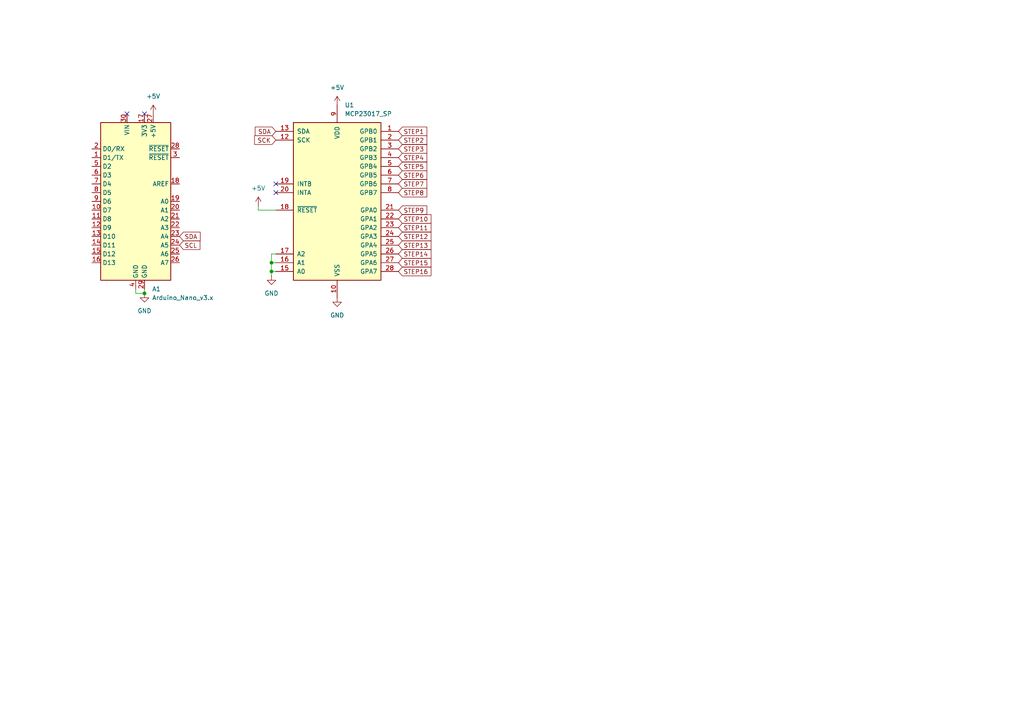
<source format=kicad_sch>
(kicad_sch (version 20231120) (generator "eeschema") (generator_version "8.0")
  (paper "A4")
  (lib_symbols
    (symbol "Interface_Expansion:MCP23017_SP" (pin_names (offset 1.016))
      (property "Reference" "U" (at -11.43 24.13 0))
      (property "Value" "MCP23017_SP" (at 0 0 0))
      (symbol "MCP23017_SP_0_1"
        (rectangle (start -12.7 22.86) (end 12.7 -22.86) (stroke (width 0.254)) (fill (type background)))
      )
      (symbol "MCP23017_SP_1_1"
        (pin bidirectional line (at 17.78 20.32 180) (length 5.08) (name "GPB0") (number "1"))
        (pin power_in line (at 0 -27.94 90) (length 5.08) (name "VSS") (number "10"))
        (pin no_connect line (at -12.7 15.24 0) (length 5.08) hide (name "NC") (number "11"))
        (pin input line (at -17.78 17.78 0) (length 5.08) (name "SCK") (number "12"))
        (pin bidirectional line (at -17.78 20.32 0) (length 5.08) (name "SDA") (number "13"))
        (pin no_connect line (at -12.7 12.7 0) (length 5.08) hide (name "NC") (number "14"))
        (pin input line (at -17.78 -20.32 0) (length 5.08) (name "A0") (number "15"))
        (pin input line (at -17.78 -17.78 0) (length 5.08) (name "A1") (number "16"))
        (pin input line (at -17.78 -15.24 0) (length 5.08) (name "A2") (number "17"))
        (pin input line (at -17.78 -2.54 0) (length 5.08) (name "~{RESET}") (number "18"))
        (pin tri_state line (at -17.78 5.08 0) (length 5.08) (name "INTB") (number "19"))
        (pin bidirectional line (at 17.78 17.78 180) (length 5.08) (name "GPB1") (number "2"))
        (pin tri_state line (at -17.78 2.54 0) (length 5.08) (name "INTA") (number "20"))
        (pin bidirectional line (at 17.78 -2.54 180) (length 5.08) (name "GPA0") (number "21"))
        (pin bidirectional line (at 17.78 -5.08 180) (length 5.08) (name "GPA1") (number "22"))
        (pin bidirectional line (at 17.78 -7.62 180) (length 5.08) (name "GPA2") (number "23"))
        (pin bidirectional line (at 17.78 -10.16 180) (length 5.08) (name "GPA3") (number "24"))
        (pin bidirectional line (at 17.78 -12.7 180) (length 5.08) (name "GPA4") (number "25"))
        (pin bidirectional line (at 17.78 -15.24 180) (length 5.08) (name "GPA5") (number "26"))
        (pin bidirectional line (at 17.78 -17.78 180) (length 5.08) (name "GPA6") (number "27"))
        (pin bidirectional line (at 17.78 -20.32 180) (length 5.08) (name "GPA7") (number "28"))
        (pin bidirectional line (at 17.78 15.24 180) (length 5.08) (name "GPB2") (number "3"))
        (pin bidirectional line (at 17.78 12.7 180) (length 5.08) (name "GPB3") (number "4"))
        (pin bidirectional line (at 17.78 10.16 180) (length 5.08) (name "GPB4") (number "5"))
        (pin bidirectional line (at 17.78 7.62 180) (length 5.08) (name "GPB5") (number "6"))
        (pin bidirectional line (at 17.78 5.08 180) (length 5.08) (name "GPB6") (number "7"))
        (pin bidirectional line (at 17.78 2.54 180) (length 5.08) (name "GPB7") (number "8"))
        (pin power_in line (at 0 27.94 270) (length 5.08) (name "VDD") (number "9"))
      )
    )
    (symbol "MCU_Module:Arduino_Nano_v3.x"
      (property "Reference" "A" (at -10.16 23.495 0))
      (property "Value" "Arduino_Nano_v3.x" (at 5.08 -24.13 0))
      (symbol "Arduino_Nano_v3.x_0_1"
        (rectangle (start -10.16 22.86) (end 10.16 -22.86) (stroke (width 0.254)) (fill (type background)))
      )
      (symbol "Arduino_Nano_v3.x_1_1"
        (pin bidirectional line (at -12.7 12.7 0) (length 2.54) (name "D1/TX") (number "1"))
        (pin bidirectional line (at -12.7 -2.54 0) (length 2.54) (name "D7") (number "10"))
        (pin bidirectional line (at -12.7 -5.08 0) (length 2.54) (name "D8") (number "11"))
        (pin bidirectional line (at -12.7 -7.62 0) (length 2.54) (name "D9") (number "12"))
        (pin bidirectional line (at -12.7 -10.16 0) (length 2.54) (name "D10") (number "13"))
        (pin bidirectional line (at -12.7 -12.7 0) (length 2.54) (name "D11") (number "14"))
        (pin bidirectional line (at -12.7 -15.24 0) (length 2.54) (name "D12") (number "15"))
        (pin bidirectional line (at -12.7 -17.78 0) (length 2.54) (name "D13") (number "16"))
        (pin power_out line (at 2.54 25.4 270) (length 2.54) (name "3V3") (number "17"))
        (pin input line (at 12.7 5.08 180) (length 2.54) (name "AREF") (number "18"))
        (pin bidirectional line (at 12.7 0 180) (length 2.54) (name "A0") (number "19"))
        (pin bidirectional line (at -12.7 15.24 0) (length 2.54) (name "D0/RX") (number "2"))
        (pin bidirectional line (at 12.7 -2.54 180) (length 2.54) (name "A1") (number "20"))
        (pin bidirectional line (at 12.7 -5.08 180) (length 2.54) (name "A2") (number "21"))
        (pin bidirectional line (at 12.7 -7.62 180) (length 2.54) (name "A3") (number "22"))
        (pin bidirectional line (at 12.7 -10.16 180) (length 2.54) (name "A4") (number "23"))
        (pin bidirectional line (at 12.7 -12.7 180) (length 2.54) (name "A5") (number "24"))
        (pin bidirectional line (at 12.7 -15.24 180) (length 2.54) (name "A6") (number "25"))
        (pin bidirectional line (at 12.7 -17.78 180) (length 2.54) (name "A7") (number "26"))
        (pin power_out line (at 5.08 25.4 270) (length 2.54) (name "+5V") (number "27"))
        (pin input line (at 12.7 15.24 180) (length 2.54) (name "~{RESET}") (number "28"))
        (pin power_in line (at 2.54 -25.4 90) (length 2.54) (name "GND") (number "29"))
        (pin input line (at 12.7 12.7 180) (length 2.54) (name "~{RESET}") (number "3"))
        (pin power_in line (at -2.54 25.4 270) (length 2.54) (name "VIN") (number "30"))
        (pin power_in line (at 0 -25.4 90) (length 2.54) (name "GND") (number "4"))
        (pin bidirectional line (at -12.7 10.16 0) (length 2.54) (name "D2") (number "5"))
        (pin bidirectional line (at -12.7 7.62 0) (length 2.54) (name "D3") (number "6"))
        (pin bidirectional line (at -12.7 5.08 0) (length 2.54) (name "D4") (number "7"))
        (pin bidirectional line (at -12.7 2.54 0) (length 2.54) (name "D5") (number "8"))
        (pin bidirectional line (at -12.7 0 0) (length 2.54) (name "D6") (number "9"))
      )
    )
    (symbol "power:+5V" (power) (pin_numbers hide) (pin_names (offset 0) hide)
      (property "Value" "+5V" (at 0 3.556 0))
      (symbol "+5V_0_1"
        (polyline (pts (xy -0.762 1.27) (xy 0 2.54)))
        (polyline (pts (xy 0 0) (xy 0 2.54)))
        (polyline (pts (xy 0 2.54) (xy 0.762 1.27)))
      )
      (symbol "+5V_1_1"
        (pin power_in line (at 0 0 90) (length 0) (name "~") (number "1"))
      )
    )
    (symbol "power:GND" (power) (pin_numbers hide) (pin_names (offset 0) hide)
      (property "Value" "GND" (at 0 -3.81 0))
      (symbol "GND_0_1"
        (polyline (pts (xy 0 0) (xy 0 -1.27) (xy 1.27 -1.27) (xy 0 -2.54) (xy -1.27 -1.27) (xy 0 -1.27)))
      )
      (symbol "GND_1_1"
        (pin power_in line (at 0 0 270) (length 0) (name "~") (number "1"))
      )
    )
  )
  (junction (at 78.74 78.74))
  (junction (at 78.74 76.2))
  (junction (at 41.91 85.09))
  (no_connect (at 80.01 53.34))
  (no_connect (at 36.83 33.02))
  (no_connect (at 41.91 33.02))
  (no_connect (at 80.01 55.88))
  (wire (pts (xy 80.01 78.74) (xy 78.74 78.74)))
  (wire (pts (xy 74.93 60.96) (xy 74.93 59.69)))
  (wire (pts (xy 41.91 83.82) (xy 41.91 85.09)))
  (wire (pts (xy 80.01 76.2) (xy 78.74 76.2)))
  (wire (pts (xy 80.01 60.96) (xy 74.93 60.96)))
  (wire (pts (xy 78.74 73.66) (xy 78.74 76.2)))
  (wire (pts (xy 78.74 76.2) (xy 78.74 78.74)))
  (wire (pts (xy 78.74 78.74) (xy 78.74 80.01)))
  (wire (pts (xy 80.01 73.66) (xy 78.74 73.66)))
  (wire (pts (xy 41.91 85.09) (xy 39.37 85.09)))
  (wire (pts (xy 39.37 85.09) (xy 39.37 83.82)))
  (global_label "STEP16" (shape input) (at 115.57 78.74 0) (property "Intersheetrefs" "${INTERSHEET_REFS}" (effects (hide yes))))
  (global_label "SDA" (shape input) (at 52.07 68.58 0) (property "Intersheetrefs" "${INTERSHEET_REFS}" (effects (hide yes))))
  (global_label "STEP11" (shape input) (at 115.57 66.04 0) (property "Intersheetrefs" "${INTERSHEET_REFS}" (effects (hide yes))))
  (global_label "STEP15" (shape input) (at 115.57 76.2 0) (property "Intersheetrefs" "${INTERSHEET_REFS}" (effects (hide yes))))
  (global_label "STEP12" (shape input) (at 115.57 68.58 0) (property "Intersheetrefs" "${INTERSHEET_REFS}" (effects (hide yes))))
  (global_label "STEP3" (shape input) (at 115.57 43.18 0) (property "Intersheetrefs" "${INTERSHEET_REFS}" (effects (hide yes))))
  (global_label "STEP4" (shape input) (at 115.57 45.72 0) (property "Intersheetrefs" "${INTERSHEET_REFS}" (effects (hide yes))))
  (global_label "STEP9" (shape input) (at 115.57 60.96 0) (property "Intersheetrefs" "${INTERSHEET_REFS}" (effects (hide yes))))
  (global_label "STEP5" (shape input) (at 115.57 48.26 0) (property "Intersheetrefs" "${INTERSHEET_REFS}" (effects (hide yes))))
  (global_label "STEP6" (shape input) (at 115.57 50.8 0) (property "Intersheetrefs" "${INTERSHEET_REFS}" (effects (hide yes))))
  (global_label "SCL" (shape input) (at 52.07 71.12 0) (property "Intersheetrefs" "${INTERSHEET_REFS}" (effects (hide yes))))
  (global_label "STEP7" (shape input) (at 115.57 53.34 0) (property "Intersheetrefs" "${INTERSHEET_REFS}" (effects (hide yes))))
  (global_label "STEP1" (shape input) (at 115.57 38.1 0) (property "Intersheetrefs" "${INTERSHEET_REFS}" (effects (hide yes))))
  (global_label "SDA" (shape input) (at 80.01 38.1 180) (property "Intersheetrefs" "${INTERSHEET_REFS}" (effects (hide yes))))
  (global_label "STEP2" (shape input) (at 115.57 40.64 0) (property "Intersheetrefs" "${INTERSHEET_REFS}" (effects (hide yes))))
  (global_label "SCK" (shape input) (at 80.01 40.64 180) (property "Intersheetrefs" "${INTERSHEET_REFS}" (effects (hide yes))))
  (global_label "STEP8" (shape input) (at 115.57 55.88 0) (property "Intersheetrefs" "${INTERSHEET_REFS}" (effects (hide yes))))
  (global_label "STEP10" (shape input) (at 115.57 63.5 0) (property "Intersheetrefs" "${INTERSHEET_REFS}" (effects (hide yes))))
  (global_label "STEP13" (shape input) (at 115.57 71.12 0) (property "Intersheetrefs" "${INTERSHEET_REFS}" (effects (hide yes))))
  (global_label "STEP14" (shape input) (at 115.57 73.66 0) (property "Intersheetrefs" "${INTERSHEET_REFS}" (effects (hide yes))))
  (symbol (lib_id "power:+5V") (at 74.93 59.69 0) (unit 1)
    (property "Reference" "#PWR03" (effects (hide yes)))
    (property "Value" "+5V" (at 74.93 54.61 0))
    (property "Description" "Power symbol creates a global label with name \"+5V\"" (effects (hide yes)))
  )
  (symbol (lib_id "power:+5V") (at 97.79 30.48 0) (unit 1)
    (property "Reference" "#PWR05" (effects (hide yes)))
    (property "Value" "+5V" (at 97.79 25.4 0))
    (property "Description" "Power symbol creates a global label with name \"+5V\"" (effects (hide yes)))
  )
  (symbol (lib_id "Interface_Expansion:MCP23017_SP") (at 97.79 58.42 0) (unit 1)
    (property "Reference" "U1" (at 99.9841 30.48 0) (effects (justify left)))
    (property "Value" "MCP23017_SP" (at 99.9841 33.02 0) (effects (justify left)))
    (property "Footprint" "Package_DIP:DIP-28_W7.62mm" (effects (hide yes)))
    (property "Datasheet" "http://ww1.microchip.com/downloads/en/DeviceDoc/20001952C.pdf" (effects (hide yes)))
    (property "Description" "16-bit I/O expander, I2C, interrupts, w pull-ups, SPDIP-28" (effects (hide yes)))
  )
  (symbol (lib_id "power:GND") (at 78.74 80.01 0) (unit 1)
    (property "Reference" "#PWR04" (effects (hide yes)))
    (property "Value" "GND" (at 78.74 85.09 0))
    (property "Description" "Power symbol creates a global label with name \"GND\" , ground" (effects (hide yes)))
  )
  (symbol (lib_id "power:GND") (at 41.91 85.09 0) (unit 1)
    (property "Reference" "#PWR01" (effects (hide yes)))
    (property "Value" "GND" (at 41.91 90.17 0))
    (property "Description" "Power symbol creates a global label with name \"GND\" , ground" (effects (hide yes)))
  )
  (symbol (lib_id "MCU_Module:Arduino_Nano_v3.x") (at 39.37 58.42 0) (unit 1)
    (property "Reference" "A1" (at 44.1041 83.82 0) (effects (justify left)))
    (property "Value" "Arduino_Nano_v3.x" (at 44.1041 86.36 0) (effects (justify left)))
    (property "Footprint" "Module:Arduino_Nano" (effects (hide yes)))
    (property "Datasheet" "http://www.mouser.com/pdfdocs/Gravitech_Arduino_Nano3_0.pdf" (effects (hide yes)))
    (property "Description" "Arduino Nano v3.x" (effects (hide yes)))
  )
  (symbol (lib_id "power:GND") (at 97.79 86.36 0) (unit 1)
    (property "Reference" "#PWR06" (effects (hide yes)))
    (property "Value" "GND" (at 97.79 91.44 0))
    (property "Description" "Power symbol creates a global label with name \"GND\" , ground" (effects (hide yes)))
  )
  (symbol (lib_id "power:+5V") (at 44.45 33.02 0) (unit 1)
    (property "Reference" "#PWR02" (effects (hide yes)))
    (property "Value" "+5V" (at 44.45 27.94 0))
    (property "Description" "Power symbol creates a global label with name \"+5V\"" (effects (hide yes)))
  )
)
</source>
